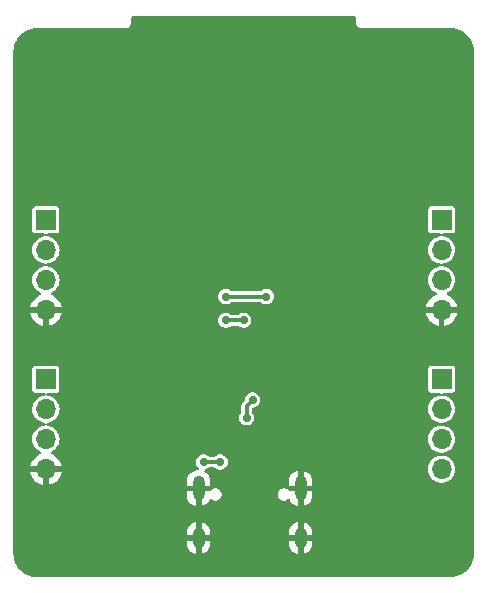
<source format=gbr>
%TF.GenerationSoftware,KiCad,Pcbnew,8.0.6*%
%TF.CreationDate,2024-11-03T15:15:55+02:00*%
%TF.ProjectId,MiniBit,4d696e69-4269-4742-9e6b-696361645f70,1.0*%
%TF.SameCoordinates,Original*%
%TF.FileFunction,Copper,L2,Bot*%
%TF.FilePolarity,Positive*%
%FSLAX46Y46*%
G04 Gerber Fmt 4.6, Leading zero omitted, Abs format (unit mm)*
G04 Created by KiCad (PCBNEW 8.0.6) date 2024-11-03 15:15:55*
%MOMM*%
%LPD*%
G01*
G04 APERTURE LIST*
%TA.AperFunction,ComponentPad*%
%ADD10R,1.700000X1.700000*%
%TD*%
%TA.AperFunction,ComponentPad*%
%ADD11O,1.700000X1.700000*%
%TD*%
%TA.AperFunction,ComponentPad*%
%ADD12O,1.000000X2.100000*%
%TD*%
%TA.AperFunction,ComponentPad*%
%ADD13O,1.000000X1.800000*%
%TD*%
%TA.AperFunction,ViaPad*%
%ADD14C,0.700000*%
%TD*%
%TA.AperFunction,Conductor*%
%ADD15C,0.300000*%
%TD*%
G04 APERTURE END LIST*
D10*
%TO.P,J1,1,Pin_1*%
%TO.N,+3.3V*%
X131250000Y-101006250D03*
D11*
%TO.P,J1,2,Pin_2*%
%TO.N,SDA*%
X131250000Y-103546250D03*
%TO.P,J1,3,Pin_3*%
%TO.N,SCL*%
X131250000Y-106086250D03*
%TO.P,J1,4,Pin_4*%
%TO.N,GND*%
X131250000Y-108626250D03*
%TD*%
D10*
%TO.P,J3,1,Pin_1*%
%TO.N,TCK*%
X164750000Y-101006250D03*
D11*
%TO.P,J3,2,Pin_2*%
%TO.N,TDO*%
X164750000Y-103546250D03*
%TO.P,J3,3,Pin_3*%
%TO.N,TDI*%
X164750000Y-106086250D03*
%TO.P,J3,4,Pin_4*%
%TO.N,TMS*%
X164750000Y-108626250D03*
%TD*%
D10*
%TO.P,J4,1,Pin_1*%
%TO.N,+3.3V*%
X131250000Y-87506250D03*
D11*
%TO.P,J4,2,Pin_2*%
%TO.N,IO4*%
X131250000Y-90046250D03*
%TO.P,J4,3,Pin_3*%
%TO.N,IO5*%
X131250000Y-92586250D03*
%TO.P,J4,4,Pin_4*%
%TO.N,GND*%
X131250000Y-95126250D03*
%TD*%
D10*
%TO.P,J2,1,Pin_1*%
%TO.N,+3.3V*%
X164750000Y-87506250D03*
D11*
%TO.P,J2,2,Pin_2*%
%TO.N,RX*%
X164750000Y-90046250D03*
%TO.P,J2,3,Pin_3*%
%TO.N,TX*%
X164750000Y-92586250D03*
%TO.P,J2,4,Pin_4*%
%TO.N,GND*%
X164750000Y-95126250D03*
%TD*%
D12*
%TO.P,J5,S1,SHIELD*%
%TO.N,GND*%
X144180000Y-110251250D03*
D13*
X144180000Y-114431250D03*
D12*
X152820000Y-110251250D03*
D13*
X152820000Y-114431250D03*
%TD*%
D14*
%TO.N,GND*%
X153800000Y-73556250D03*
X144900000Y-77756250D03*
X142750000Y-101256250D03*
X160500000Y-78256250D03*
X148250000Y-101506250D03*
X139500000Y-70856250D03*
X141000000Y-86156250D03*
X156300000Y-70856250D03*
X142750000Y-104256250D03*
X136250000Y-81006250D03*
X145000000Y-92256250D03*
X142250000Y-88006250D03*
X142000000Y-71856250D03*
X147900000Y-80856250D03*
X149500000Y-74756250D03*
X150900000Y-77856250D03*
X155000000Y-86356250D03*
X157000000Y-73756250D03*
X139000000Y-77256250D03*
X143250000Y-97506250D03*
X153900000Y-74456250D03*
X146200000Y-74756250D03*
X151500000Y-92256250D03*
X147900000Y-74756250D03*
X142000000Y-72756250D03*
X146300000Y-80756250D03*
X150900000Y-79456250D03*
%TO.N,+3.3V*%
X149900000Y-94006250D03*
X146500000Y-94006250D03*
%TO.N,VBUS*%
X146000000Y-108006250D03*
X144600000Y-108006250D03*
%TO.N,+5V*%
X148000000Y-96006250D03*
X146500000Y-96006250D03*
%TO.N,D+*%
X148250000Y-104256250D03*
X148750000Y-102756250D03*
%TD*%
D15*
%TO.N,+3.3V*%
X146500000Y-94006250D02*
X149900000Y-94006250D01*
%TO.N,VBUS*%
X146000000Y-108006250D02*
X144600000Y-108006250D01*
%TO.N,+5V*%
X146500000Y-96006250D02*
X148000000Y-96006250D01*
%TO.N,D+*%
X148250000Y-103256250D02*
X148750000Y-102756250D01*
X148250000Y-104256250D02*
X148250000Y-103256250D01*
%TD*%
%TA.AperFunction,Conductor*%
%TO.N,GND*%
G36*
X157442539Y-70275935D02*
G01*
X157488294Y-70328739D01*
X157499500Y-70380250D01*
X157499500Y-70822141D01*
X157533608Y-70949437D01*
X157566554Y-71006500D01*
X157599500Y-71063564D01*
X157692686Y-71156750D01*
X157806814Y-71222642D01*
X157934108Y-71256750D01*
X158065892Y-71256750D01*
X165434108Y-71256750D01*
X165495933Y-71256750D01*
X165504043Y-71257015D01*
X165752892Y-71273325D01*
X165768950Y-71275440D01*
X166009540Y-71323297D01*
X166025184Y-71327488D01*
X166257471Y-71406340D01*
X166272452Y-71412546D01*
X166492447Y-71521037D01*
X166506490Y-71529145D01*
X166710446Y-71665428D01*
X166723313Y-71675301D01*
X166907727Y-71837029D01*
X166919197Y-71848499D01*
X167080901Y-72032891D01*
X167080928Y-72032921D01*
X167090802Y-72045790D01*
X167227071Y-72249738D01*
X167235181Y-72263785D01*
X167343666Y-72483780D01*
X167349873Y-72498765D01*
X167428716Y-72731039D01*
X167432914Y-72746707D01*
X167480763Y-72987283D01*
X167482880Y-73003365D01*
X167499234Y-73252957D01*
X167499499Y-73261066D01*
X167499498Y-73330755D01*
X167499500Y-73330784D01*
X167499500Y-115682750D01*
X167499498Y-115682784D01*
X167499499Y-115752196D01*
X167499234Y-115760305D01*
X167482930Y-116009141D01*
X167480813Y-116025224D01*
X167432961Y-116265808D01*
X167428763Y-116281474D01*
X167349921Y-116513750D01*
X167343714Y-116528736D01*
X167235225Y-116748738D01*
X167227115Y-116762785D01*
X167090841Y-116966739D01*
X167080967Y-116979608D01*
X166919231Y-117164036D01*
X166907762Y-117175505D01*
X166723343Y-117337240D01*
X166710474Y-117347115D01*
X166506518Y-117483396D01*
X166492471Y-117491506D01*
X166272473Y-117599998D01*
X166257488Y-117606205D01*
X166025210Y-117685054D01*
X166009543Y-117689252D01*
X165768967Y-117737107D01*
X165752885Y-117739225D01*
X165504806Y-117755485D01*
X165496696Y-117755750D01*
X130504067Y-117755750D01*
X130495957Y-117755484D01*
X130247119Y-117739174D01*
X130231038Y-117737057D01*
X130105491Y-117712084D01*
X129990470Y-117689204D01*
X129974803Y-117685007D01*
X129742530Y-117606159D01*
X129727545Y-117599952D01*
X129507557Y-117491465D01*
X129493509Y-117483354D01*
X129289553Y-117347071D01*
X129276686Y-117337198D01*
X129092272Y-117175470D01*
X129080802Y-117164000D01*
X129042486Y-117120308D01*
X128919067Y-116979573D01*
X128909201Y-116966714D01*
X128772927Y-116762760D01*
X128764818Y-116748714D01*
X128656333Y-116528719D01*
X128650126Y-116513734D01*
X128571283Y-116281460D01*
X128567085Y-116265792D01*
X128559225Y-116226272D01*
X128519234Y-116025207D01*
X128517120Y-116009141D01*
X128500764Y-115759540D01*
X128500500Y-115751431D01*
X128500502Y-115690368D01*
X128500500Y-115690363D01*
X128500501Y-115682784D01*
X128500500Y-115682750D01*
X128500500Y-113932754D01*
X143180000Y-113932754D01*
X143180000Y-114181250D01*
X143880000Y-114181250D01*
X143880000Y-114681250D01*
X143180000Y-114681250D01*
X143180000Y-114929745D01*
X143218427Y-115122931D01*
X143218430Y-115122943D01*
X143293807Y-115304921D01*
X143293814Y-115304934D01*
X143403248Y-115468712D01*
X143403251Y-115468716D01*
X143542533Y-115607998D01*
X143542537Y-115608001D01*
X143706315Y-115717435D01*
X143706328Y-115717442D01*
X143888308Y-115792819D01*
X143930000Y-115801112D01*
X143930000Y-114998238D01*
X143939940Y-115015455D01*
X143995795Y-115071310D01*
X144064204Y-115110806D01*
X144140504Y-115131250D01*
X144219496Y-115131250D01*
X144295796Y-115110806D01*
X144364205Y-115071310D01*
X144420060Y-115015455D01*
X144430000Y-114998238D01*
X144430000Y-115801112D01*
X144471690Y-115792819D01*
X144471692Y-115792819D01*
X144653671Y-115717442D01*
X144653684Y-115717435D01*
X144817462Y-115608001D01*
X144817466Y-115607998D01*
X144956748Y-115468716D01*
X144956751Y-115468712D01*
X145066185Y-115304934D01*
X145066192Y-115304921D01*
X145141569Y-115122943D01*
X145141572Y-115122931D01*
X145179999Y-114929745D01*
X145180000Y-114929742D01*
X145180000Y-114681250D01*
X144480000Y-114681250D01*
X144480000Y-114181250D01*
X145180000Y-114181250D01*
X145180000Y-113932758D01*
X145179999Y-113932754D01*
X151820000Y-113932754D01*
X151820000Y-114181250D01*
X152520000Y-114181250D01*
X152520000Y-114681250D01*
X151820000Y-114681250D01*
X151820000Y-114929745D01*
X151858427Y-115122931D01*
X151858430Y-115122943D01*
X151933807Y-115304921D01*
X151933814Y-115304934D01*
X152043248Y-115468712D01*
X152043251Y-115468716D01*
X152182533Y-115607998D01*
X152182537Y-115608001D01*
X152346315Y-115717435D01*
X152346328Y-115717442D01*
X152528308Y-115792819D01*
X152570000Y-115801112D01*
X152570000Y-114998238D01*
X152579940Y-115015455D01*
X152635795Y-115071310D01*
X152704204Y-115110806D01*
X152780504Y-115131250D01*
X152859496Y-115131250D01*
X152935796Y-115110806D01*
X153004205Y-115071310D01*
X153060060Y-115015455D01*
X153070000Y-114998238D01*
X153070000Y-115801112D01*
X153111690Y-115792819D01*
X153111692Y-115792819D01*
X153293671Y-115717442D01*
X153293684Y-115717435D01*
X153457462Y-115608001D01*
X153457466Y-115607998D01*
X153596748Y-115468716D01*
X153596751Y-115468712D01*
X153706185Y-115304934D01*
X153706192Y-115304921D01*
X153781569Y-115122943D01*
X153781572Y-115122931D01*
X153819999Y-114929745D01*
X153820000Y-114929742D01*
X153820000Y-114681250D01*
X153120000Y-114681250D01*
X153120000Y-114181250D01*
X153820000Y-114181250D01*
X153820000Y-113932758D01*
X153819999Y-113932754D01*
X153781572Y-113739568D01*
X153781569Y-113739556D01*
X153706192Y-113557578D01*
X153706185Y-113557565D01*
X153596751Y-113393787D01*
X153596748Y-113393783D01*
X153457466Y-113254501D01*
X153457462Y-113254498D01*
X153293684Y-113145064D01*
X153293671Y-113145057D01*
X153111691Y-113069679D01*
X153111683Y-113069677D01*
X153070000Y-113061385D01*
X153070000Y-113864261D01*
X153060060Y-113847045D01*
X153004205Y-113791190D01*
X152935796Y-113751694D01*
X152859496Y-113731250D01*
X152780504Y-113731250D01*
X152704204Y-113751694D01*
X152635795Y-113791190D01*
X152579940Y-113847045D01*
X152570000Y-113864261D01*
X152570000Y-113061386D01*
X152569999Y-113061385D01*
X152528316Y-113069677D01*
X152528308Y-113069679D01*
X152346328Y-113145057D01*
X152346315Y-113145064D01*
X152182537Y-113254498D01*
X152182533Y-113254501D01*
X152043251Y-113393783D01*
X152043248Y-113393787D01*
X151933814Y-113557565D01*
X151933807Y-113557578D01*
X151858430Y-113739556D01*
X151858427Y-113739568D01*
X151820000Y-113932754D01*
X145179999Y-113932754D01*
X145141572Y-113739568D01*
X145141569Y-113739556D01*
X145066192Y-113557578D01*
X145066185Y-113557565D01*
X144956751Y-113393787D01*
X144956748Y-113393783D01*
X144817466Y-113254501D01*
X144817462Y-113254498D01*
X144653684Y-113145064D01*
X144653671Y-113145057D01*
X144471691Y-113069679D01*
X144471683Y-113069677D01*
X144430000Y-113061385D01*
X144430000Y-113864261D01*
X144420060Y-113847045D01*
X144364205Y-113791190D01*
X144295796Y-113751694D01*
X144219496Y-113731250D01*
X144140504Y-113731250D01*
X144064204Y-113751694D01*
X143995795Y-113791190D01*
X143939940Y-113847045D01*
X143930000Y-113864261D01*
X143930000Y-113061386D01*
X143929999Y-113061385D01*
X143888316Y-113069677D01*
X143888308Y-113069679D01*
X143706328Y-113145057D01*
X143706315Y-113145064D01*
X143542537Y-113254498D01*
X143542533Y-113254501D01*
X143403251Y-113393783D01*
X143403248Y-113393787D01*
X143293814Y-113557565D01*
X143293807Y-113557578D01*
X143218430Y-113739556D01*
X143218427Y-113739568D01*
X143180000Y-113932754D01*
X128500500Y-113932754D01*
X128500500Y-108376249D01*
X129919364Y-108376249D01*
X129919364Y-108376250D01*
X130816988Y-108376250D01*
X130784075Y-108433257D01*
X130750000Y-108560424D01*
X130750000Y-108692076D01*
X130784075Y-108819243D01*
X130816988Y-108876250D01*
X129919364Y-108876250D01*
X129976567Y-109089736D01*
X129976570Y-109089742D01*
X130076399Y-109303828D01*
X130211894Y-109497332D01*
X130378917Y-109664355D01*
X130572421Y-109799850D01*
X130786507Y-109899679D01*
X130786516Y-109899683D01*
X131000000Y-109956884D01*
X131000000Y-109059262D01*
X131057007Y-109092175D01*
X131184174Y-109126250D01*
X131315826Y-109126250D01*
X131442993Y-109092175D01*
X131500000Y-109059262D01*
X131500000Y-109956883D01*
X131713483Y-109899683D01*
X131713492Y-109899679D01*
X131927578Y-109799850D01*
X132121082Y-109664355D01*
X132182683Y-109602754D01*
X143180000Y-109602754D01*
X143180000Y-110001250D01*
X143880000Y-110001250D01*
X143880000Y-110501250D01*
X143180000Y-110501250D01*
X143180000Y-110899745D01*
X143218427Y-111092931D01*
X143218430Y-111092943D01*
X143293807Y-111274921D01*
X143293814Y-111274934D01*
X143403248Y-111438712D01*
X143403251Y-111438716D01*
X143542533Y-111577998D01*
X143542537Y-111578001D01*
X143706315Y-111687435D01*
X143706328Y-111687442D01*
X143888308Y-111762819D01*
X143930000Y-111771112D01*
X143930000Y-110968238D01*
X143939940Y-110985455D01*
X143995795Y-111041310D01*
X144064204Y-111080806D01*
X144140504Y-111101250D01*
X144219496Y-111101250D01*
X144295796Y-111080806D01*
X144364205Y-111041310D01*
X144420060Y-110985455D01*
X144430000Y-110968238D01*
X144430000Y-111771112D01*
X144471690Y-111762819D01*
X144471692Y-111762819D01*
X144653671Y-111687442D01*
X144653684Y-111687435D01*
X144817462Y-111578001D01*
X144817466Y-111577998D01*
X144956748Y-111438716D01*
X144956751Y-111438712D01*
X145066185Y-111274934D01*
X145066190Y-111274924D01*
X145092480Y-111211453D01*
X145136320Y-111157048D01*
X145202614Y-111134982D01*
X145270313Y-111152260D01*
X145283933Y-111162840D01*
X145284328Y-111162326D01*
X145290768Y-111167267D01*
X145290774Y-111167273D01*
X145320725Y-111184565D01*
X145409322Y-111235717D01*
X145409323Y-111235717D01*
X145409326Y-111235719D01*
X145541554Y-111271150D01*
X145541556Y-111271150D01*
X145678444Y-111271150D01*
X145678446Y-111271150D01*
X145810674Y-111235719D01*
X145929226Y-111167273D01*
X146026023Y-111070476D01*
X146094469Y-110951924D01*
X146129900Y-110819696D01*
X146129900Y-110682804D01*
X150870100Y-110682804D01*
X150870100Y-110819696D01*
X150905531Y-110951924D01*
X150905532Y-110951927D01*
X150924890Y-110985455D01*
X150973977Y-111070476D01*
X151070774Y-111167273D01*
X151100725Y-111184565D01*
X151189322Y-111235717D01*
X151189323Y-111235717D01*
X151189326Y-111235719D01*
X151321554Y-111271150D01*
X151321556Y-111271150D01*
X151458444Y-111271150D01*
X151458446Y-111271150D01*
X151590674Y-111235719D01*
X151709226Y-111167273D01*
X151709234Y-111167264D01*
X151715672Y-111162326D01*
X151717416Y-111164598D01*
X151766565Y-111137744D01*
X151836258Y-111142709D01*
X151892203Y-111184565D01*
X151907518Y-111211451D01*
X151933807Y-111274922D01*
X151933814Y-111274934D01*
X152043248Y-111438712D01*
X152043251Y-111438716D01*
X152182533Y-111577998D01*
X152182537Y-111578001D01*
X152346315Y-111687435D01*
X152346328Y-111687442D01*
X152528308Y-111762819D01*
X152570000Y-111771112D01*
X152570000Y-110968238D01*
X152579940Y-110985455D01*
X152635795Y-111041310D01*
X152704204Y-111080806D01*
X152780504Y-111101250D01*
X152859496Y-111101250D01*
X152935796Y-111080806D01*
X153004205Y-111041310D01*
X153060060Y-110985455D01*
X153070000Y-110968238D01*
X153070000Y-111771112D01*
X153111690Y-111762819D01*
X153111692Y-111762819D01*
X153293671Y-111687442D01*
X153293684Y-111687435D01*
X153457462Y-111578001D01*
X153457466Y-111577998D01*
X153596748Y-111438716D01*
X153596751Y-111438712D01*
X153706185Y-111274934D01*
X153706192Y-111274921D01*
X153781569Y-111092943D01*
X153781572Y-111092931D01*
X153819999Y-110899745D01*
X153820000Y-110899742D01*
X153820000Y-110501250D01*
X153120000Y-110501250D01*
X153120000Y-110001250D01*
X153820000Y-110001250D01*
X153820000Y-109602758D01*
X153819999Y-109602754D01*
X153781572Y-109409568D01*
X153781569Y-109409556D01*
X153706192Y-109227578D01*
X153706185Y-109227565D01*
X153596751Y-109063787D01*
X153596748Y-109063783D01*
X153457466Y-108924501D01*
X153457462Y-108924498D01*
X153293684Y-108815064D01*
X153293671Y-108815057D01*
X153111691Y-108739679D01*
X153111683Y-108739677D01*
X153070000Y-108731385D01*
X153070000Y-109534261D01*
X153060060Y-109517045D01*
X153004205Y-109461190D01*
X152935796Y-109421694D01*
X152859496Y-109401250D01*
X152780504Y-109401250D01*
X152704204Y-109421694D01*
X152635795Y-109461190D01*
X152579940Y-109517045D01*
X152570000Y-109534261D01*
X152570000Y-108731386D01*
X152569999Y-108731385D01*
X152528316Y-108739677D01*
X152528308Y-108739679D01*
X152346328Y-108815057D01*
X152346315Y-108815064D01*
X152182537Y-108924498D01*
X152182533Y-108924501D01*
X152043251Y-109063783D01*
X152043248Y-109063787D01*
X151933814Y-109227565D01*
X151933807Y-109227578D01*
X151858430Y-109409556D01*
X151858427Y-109409568D01*
X151820000Y-109602754D01*
X151820000Y-110001250D01*
X152520000Y-110001250D01*
X152520000Y-110501250D01*
X151917582Y-110501250D01*
X151850543Y-110481565D01*
X151810196Y-110439252D01*
X151806023Y-110432024D01*
X151709226Y-110335227D01*
X151674003Y-110314891D01*
X151590677Y-110266782D01*
X151590678Y-110266782D01*
X151575051Y-110262594D01*
X151458446Y-110231350D01*
X151321554Y-110231350D01*
X151204948Y-110262594D01*
X151189322Y-110266782D01*
X151070777Y-110335225D01*
X151070771Y-110335229D01*
X150973979Y-110432021D01*
X150973975Y-110432027D01*
X150905532Y-110550572D01*
X150905531Y-110550576D01*
X150870100Y-110682804D01*
X146129900Y-110682804D01*
X146094469Y-110550576D01*
X146026023Y-110432024D01*
X145929226Y-110335227D01*
X145894003Y-110314891D01*
X145810677Y-110266782D01*
X145810678Y-110266782D01*
X145795051Y-110262594D01*
X145678446Y-110231350D01*
X145541554Y-110231350D01*
X145424948Y-110262594D01*
X145409322Y-110266782D01*
X145290777Y-110335225D01*
X145290771Y-110335229D01*
X145193979Y-110432021D01*
X145193977Y-110432024D01*
X145189803Y-110439252D01*
X145139238Y-110487466D01*
X145082418Y-110501250D01*
X144480000Y-110501250D01*
X144480000Y-110001250D01*
X145180000Y-110001250D01*
X145180000Y-109602758D01*
X145179999Y-109602754D01*
X145141572Y-109409568D01*
X145141569Y-109409556D01*
X145066192Y-109227578D01*
X145066185Y-109227565D01*
X144956751Y-109063787D01*
X144956748Y-109063783D01*
X144817466Y-108924501D01*
X144817462Y-108924498D01*
X144721201Y-108860178D01*
X144676396Y-108806566D01*
X144667689Y-108737241D01*
X144697844Y-108674213D01*
X144757287Y-108637494D01*
X144760418Y-108636679D01*
X144832365Y-108618946D01*
X144842762Y-108613489D01*
X144972240Y-108545533D01*
X145037256Y-108487933D01*
X145100490Y-108458213D01*
X145119483Y-108456750D01*
X145480517Y-108456750D01*
X145547556Y-108476435D01*
X145562741Y-108487932D01*
X145627760Y-108545533D01*
X145627762Y-108545534D01*
X145767634Y-108618946D01*
X145921014Y-108656750D01*
X145921015Y-108656750D01*
X146078985Y-108656750D01*
X146232365Y-108618946D01*
X146242762Y-108613489D01*
X146372240Y-108545533D01*
X146490483Y-108440780D01*
X146580220Y-108310773D01*
X146636237Y-108163068D01*
X146655278Y-108006250D01*
X146636237Y-107849432D01*
X146635634Y-107847843D01*
X146581157Y-107704198D01*
X146580220Y-107701727D01*
X146490483Y-107571720D01*
X146372240Y-107466967D01*
X146372238Y-107466966D01*
X146372237Y-107466965D01*
X146232365Y-107393553D01*
X146078986Y-107355750D01*
X146078985Y-107355750D01*
X145921015Y-107355750D01*
X145921014Y-107355750D01*
X145767634Y-107393553D01*
X145627762Y-107466965D01*
X145562744Y-107524566D01*
X145499510Y-107554287D01*
X145480517Y-107555750D01*
X145119483Y-107555750D01*
X145052444Y-107536065D01*
X145037256Y-107524566D01*
X145026378Y-107514929D01*
X144972240Y-107466967D01*
X144972238Y-107466966D01*
X144972237Y-107466965D01*
X144832365Y-107393553D01*
X144678986Y-107355750D01*
X144678985Y-107355750D01*
X144521015Y-107355750D01*
X144521014Y-107355750D01*
X144367634Y-107393553D01*
X144227762Y-107466965D01*
X144109516Y-107571721D01*
X144019781Y-107701725D01*
X144019780Y-107701726D01*
X143963762Y-107849431D01*
X143944722Y-108006249D01*
X143944722Y-108006250D01*
X143963762Y-108163068D01*
X143987687Y-108226151D01*
X144019780Y-108310773D01*
X144064648Y-108375776D01*
X144109516Y-108440779D01*
X144158793Y-108484434D01*
X144195920Y-108543624D01*
X144195152Y-108613489D01*
X144156735Y-108671849D01*
X144092864Y-108700174D01*
X144087557Y-108700524D01*
X144087570Y-108700653D01*
X144081504Y-108701250D01*
X143888318Y-108739677D01*
X143888306Y-108739680D01*
X143706328Y-108815057D01*
X143706315Y-108815064D01*
X143542537Y-108924498D01*
X143542533Y-108924501D01*
X143403251Y-109063783D01*
X143403248Y-109063787D01*
X143293814Y-109227565D01*
X143293807Y-109227578D01*
X143218430Y-109409556D01*
X143218427Y-109409568D01*
X143180000Y-109602754D01*
X132182683Y-109602754D01*
X132288105Y-109497332D01*
X132423600Y-109303828D01*
X132523429Y-109089742D01*
X132523432Y-109089736D01*
X132580636Y-108876250D01*
X131683012Y-108876250D01*
X131715925Y-108819243D01*
X131750000Y-108692076D01*
X131750000Y-108560424D01*
X131715925Y-108433257D01*
X131683012Y-108376250D01*
X132580636Y-108376250D01*
X132580635Y-108376249D01*
X132523432Y-108162763D01*
X132523429Y-108162757D01*
X132423600Y-107948672D01*
X132423599Y-107948670D01*
X132288113Y-107755176D01*
X132288108Y-107755170D01*
X132121082Y-107588144D01*
X131927578Y-107452649D01*
X131728426Y-107359783D01*
X131675987Y-107313610D01*
X131656835Y-107246417D01*
X131677051Y-107179536D01*
X131730216Y-107134201D01*
X131736005Y-107131787D01*
X131765019Y-107120548D01*
X131946302Y-107008302D01*
X132103872Y-106864657D01*
X132232366Y-106694505D01*
X132327405Y-106503639D01*
X132385756Y-106298560D01*
X132405429Y-106086250D01*
X132385756Y-105873940D01*
X132327405Y-105668861D01*
X132327403Y-105668856D01*
X132327403Y-105668855D01*
X132232367Y-105477996D01*
X132103872Y-105307843D01*
X131946302Y-105164198D01*
X131765019Y-105051952D01*
X131765017Y-105051951D01*
X131665608Y-105013440D01*
X131566198Y-104974929D01*
X131369385Y-104938138D01*
X131307106Y-104906471D01*
X131271833Y-104846158D01*
X131274767Y-104776350D01*
X131314976Y-104719210D01*
X131369384Y-104694361D01*
X131566198Y-104657571D01*
X131765019Y-104580548D01*
X131946302Y-104468302D01*
X132103872Y-104324657D01*
X132155532Y-104256249D01*
X147594722Y-104256249D01*
X147594722Y-104256250D01*
X147613762Y-104413068D01*
X147634710Y-104468302D01*
X147669780Y-104560773D01*
X147759517Y-104690780D01*
X147877760Y-104795533D01*
X147877762Y-104795534D01*
X148017634Y-104868946D01*
X148171014Y-104906750D01*
X148171015Y-104906750D01*
X148328985Y-104906750D01*
X148482365Y-104868946D01*
X148525783Y-104846158D01*
X148622240Y-104795533D01*
X148740483Y-104690780D01*
X148830220Y-104560773D01*
X148886237Y-104413068D01*
X148905278Y-104256250D01*
X148886237Y-104099432D01*
X148830220Y-103951727D01*
X148740483Y-103821720D01*
X148740479Y-103821716D01*
X148735509Y-103816106D01*
X148736953Y-103814826D01*
X148705145Y-103764110D01*
X148700500Y-103730490D01*
X148700500Y-103546250D01*
X163594571Y-103546250D01*
X163614244Y-103758560D01*
X163669205Y-103951726D01*
X163672596Y-103963642D01*
X163672596Y-103963644D01*
X163767632Y-104154503D01*
X163767634Y-104154505D01*
X163896128Y-104324657D01*
X164053698Y-104468302D01*
X164234981Y-104580548D01*
X164433802Y-104657571D01*
X164630613Y-104694361D01*
X164692893Y-104726029D01*
X164728166Y-104786342D01*
X164725232Y-104856150D01*
X164685023Y-104913290D01*
X164630613Y-104938138D01*
X164433802Y-104974929D01*
X164433799Y-104974929D01*
X164433799Y-104974930D01*
X164234982Y-105051951D01*
X164234980Y-105051952D01*
X164053699Y-105164197D01*
X163896127Y-105307843D01*
X163767632Y-105477996D01*
X163672596Y-105668855D01*
X163672596Y-105668857D01*
X163614244Y-105873939D01*
X163594571Y-106086249D01*
X163594571Y-106086250D01*
X163614244Y-106298560D01*
X163672596Y-106503642D01*
X163672596Y-106503644D01*
X163767632Y-106694503D01*
X163767634Y-106694505D01*
X163896128Y-106864657D01*
X164053698Y-107008302D01*
X164234981Y-107120548D01*
X164433802Y-107197571D01*
X164630613Y-107234361D01*
X164692893Y-107266029D01*
X164728166Y-107326342D01*
X164725232Y-107396150D01*
X164685023Y-107453290D01*
X164630613Y-107478138D01*
X164433802Y-107514929D01*
X164433799Y-107514929D01*
X164433799Y-107514930D01*
X164234982Y-107591951D01*
X164234980Y-107591952D01*
X164053699Y-107704197D01*
X163896127Y-107847843D01*
X163767632Y-108017996D01*
X163672596Y-108208855D01*
X163672596Y-108208857D01*
X163614244Y-108413939D01*
X163600671Y-108560424D01*
X163594571Y-108626250D01*
X163614244Y-108838560D01*
X163667675Y-109026349D01*
X163672596Y-109043642D01*
X163672596Y-109043644D01*
X163767632Y-109234503D01*
X163893555Y-109401250D01*
X163896128Y-109404657D01*
X164053698Y-109548302D01*
X164234981Y-109660548D01*
X164433802Y-109737571D01*
X164643390Y-109776750D01*
X164643392Y-109776750D01*
X164856608Y-109776750D01*
X164856610Y-109776750D01*
X165066198Y-109737571D01*
X165265019Y-109660548D01*
X165446302Y-109548302D01*
X165603872Y-109404657D01*
X165732366Y-109234505D01*
X165786270Y-109126250D01*
X165827403Y-109043644D01*
X165827403Y-109043643D01*
X165827405Y-109043639D01*
X165885756Y-108838560D01*
X165905429Y-108626250D01*
X165885756Y-108413940D01*
X165827405Y-108208861D01*
X165827403Y-108208856D01*
X165827403Y-108208855D01*
X165732367Y-108017996D01*
X165603872Y-107847843D01*
X165446302Y-107704198D01*
X165265019Y-107591952D01*
X165265017Y-107591951D01*
X165091074Y-107524566D01*
X165066198Y-107514929D01*
X164869385Y-107478138D01*
X164807106Y-107446471D01*
X164771833Y-107386158D01*
X164774767Y-107316350D01*
X164814976Y-107259210D01*
X164869384Y-107234361D01*
X165066198Y-107197571D01*
X165265019Y-107120548D01*
X165446302Y-107008302D01*
X165603872Y-106864657D01*
X165732366Y-106694505D01*
X165827405Y-106503639D01*
X165885756Y-106298560D01*
X165905429Y-106086250D01*
X165885756Y-105873940D01*
X165827405Y-105668861D01*
X165827403Y-105668856D01*
X165827403Y-105668855D01*
X165732367Y-105477996D01*
X165603872Y-105307843D01*
X165446302Y-105164198D01*
X165265019Y-105051952D01*
X165265017Y-105051951D01*
X165165608Y-105013440D01*
X165066198Y-104974929D01*
X164869385Y-104938138D01*
X164807106Y-104906471D01*
X164771833Y-104846158D01*
X164774767Y-104776350D01*
X164814976Y-104719210D01*
X164869384Y-104694361D01*
X165066198Y-104657571D01*
X165265019Y-104580548D01*
X165446302Y-104468302D01*
X165603872Y-104324657D01*
X165732366Y-104154505D01*
X165827405Y-103963639D01*
X165885756Y-103758560D01*
X165905429Y-103546250D01*
X165885756Y-103333940D01*
X165827405Y-103128861D01*
X165827403Y-103128856D01*
X165827403Y-103128855D01*
X165732367Y-102937996D01*
X165603872Y-102767843D01*
X165591154Y-102756249D01*
X165446302Y-102624198D01*
X165265019Y-102511952D01*
X165265017Y-102511951D01*
X165109554Y-102451725D01*
X165066198Y-102434929D01*
X164893456Y-102402637D01*
X164831176Y-102370969D01*
X164795903Y-102310657D01*
X164798837Y-102240849D01*
X164839046Y-102183709D01*
X164903764Y-102157378D01*
X164916233Y-102156749D01*
X165644864Y-102156749D01*
X165644879Y-102156747D01*
X165644882Y-102156747D01*
X165669987Y-102153836D01*
X165669988Y-102153835D01*
X165669991Y-102153835D01*
X165772765Y-102108456D01*
X165852206Y-102029015D01*
X165897585Y-101926241D01*
X165900500Y-101901115D01*
X165900499Y-100111386D01*
X165900497Y-100111367D01*
X165897586Y-100086262D01*
X165897585Y-100086260D01*
X165897585Y-100086259D01*
X165852206Y-99983485D01*
X165772765Y-99904044D01*
X165772763Y-99904043D01*
X165669992Y-99858665D01*
X165644865Y-99855750D01*
X163855143Y-99855750D01*
X163855117Y-99855752D01*
X163830012Y-99858663D01*
X163830008Y-99858665D01*
X163727235Y-99904043D01*
X163647794Y-99983484D01*
X163602415Y-100086256D01*
X163602415Y-100086258D01*
X163599500Y-100111381D01*
X163599500Y-101901106D01*
X163599502Y-101901132D01*
X163602413Y-101926237D01*
X163602415Y-101926241D01*
X163647793Y-102029014D01*
X163647794Y-102029015D01*
X163727235Y-102108456D01*
X163830009Y-102153835D01*
X163855135Y-102156750D01*
X164583758Y-102156749D01*
X164650795Y-102176433D01*
X164696550Y-102229237D01*
X164706494Y-102298396D01*
X164677469Y-102361952D01*
X164618691Y-102399726D01*
X164606542Y-102402638D01*
X164550116Y-102413185D01*
X164433802Y-102434929D01*
X164433800Y-102434929D01*
X164433798Y-102434930D01*
X164234982Y-102511951D01*
X164234980Y-102511952D01*
X164053699Y-102624197D01*
X163896127Y-102767843D01*
X163767632Y-102937996D01*
X163672596Y-103128855D01*
X163672596Y-103128857D01*
X163625172Y-103295534D01*
X163614244Y-103333940D01*
X163594571Y-103546250D01*
X148700500Y-103546250D01*
X148700500Y-103530750D01*
X148720185Y-103463711D01*
X148772989Y-103417956D01*
X148824500Y-103406750D01*
X148828985Y-103406750D01*
X148982365Y-103368946D01*
X149122240Y-103295533D01*
X149240483Y-103190780D01*
X149330220Y-103060773D01*
X149386237Y-102913068D01*
X149405278Y-102756250D01*
X149386237Y-102599432D01*
X149386236Y-102599430D01*
X149353060Y-102511951D01*
X149330220Y-102451727D01*
X149240483Y-102321720D01*
X149122240Y-102216967D01*
X149122238Y-102216966D01*
X149122237Y-102216965D01*
X148982365Y-102143553D01*
X148828986Y-102105750D01*
X148828985Y-102105750D01*
X148671015Y-102105750D01*
X148671014Y-102105750D01*
X148517634Y-102143553D01*
X148377762Y-102216965D01*
X148259516Y-102321721D01*
X148169781Y-102451725D01*
X148169780Y-102451726D01*
X148113763Y-102599430D01*
X148097368Y-102734457D01*
X148069746Y-102798635D01*
X148061954Y-102807191D01*
X147889510Y-102979637D01*
X147889509Y-102979639D01*
X147830201Y-103082362D01*
X147830200Y-103082367D01*
X147799500Y-103196941D01*
X147799500Y-103730490D01*
X147779815Y-103797529D01*
X147764153Y-103815806D01*
X147764491Y-103816106D01*
X147759515Y-103821722D01*
X147669781Y-103951725D01*
X147669780Y-103951726D01*
X147613762Y-104099431D01*
X147594722Y-104256249D01*
X132155532Y-104256249D01*
X132232366Y-104154505D01*
X132327405Y-103963639D01*
X132385756Y-103758560D01*
X132405429Y-103546250D01*
X132385756Y-103333940D01*
X132327405Y-103128861D01*
X132327403Y-103128856D01*
X132327403Y-103128855D01*
X132232367Y-102937996D01*
X132103872Y-102767843D01*
X132091154Y-102756249D01*
X131946302Y-102624198D01*
X131765019Y-102511952D01*
X131765017Y-102511951D01*
X131609554Y-102451725D01*
X131566198Y-102434929D01*
X131393456Y-102402637D01*
X131331176Y-102370969D01*
X131295903Y-102310657D01*
X131298837Y-102240849D01*
X131339046Y-102183709D01*
X131403764Y-102157378D01*
X131416233Y-102156749D01*
X132144864Y-102156749D01*
X132144879Y-102156747D01*
X132144882Y-102156747D01*
X132169987Y-102153836D01*
X132169988Y-102153835D01*
X132169991Y-102153835D01*
X132272765Y-102108456D01*
X132352206Y-102029015D01*
X132397585Y-101926241D01*
X132400500Y-101901115D01*
X132400499Y-100111386D01*
X132400497Y-100111367D01*
X132397586Y-100086262D01*
X132397585Y-100086260D01*
X132397585Y-100086259D01*
X132352206Y-99983485D01*
X132272765Y-99904044D01*
X132272763Y-99904043D01*
X132169992Y-99858665D01*
X132144865Y-99855750D01*
X130355143Y-99855750D01*
X130355117Y-99855752D01*
X130330012Y-99858663D01*
X130330008Y-99858665D01*
X130227235Y-99904043D01*
X130147794Y-99983484D01*
X130102415Y-100086256D01*
X130102415Y-100086258D01*
X130099500Y-100111381D01*
X130099500Y-101901106D01*
X130099502Y-101901132D01*
X130102413Y-101926237D01*
X130102415Y-101926241D01*
X130147793Y-102029014D01*
X130147794Y-102029015D01*
X130227235Y-102108456D01*
X130330009Y-102153835D01*
X130355135Y-102156750D01*
X131083758Y-102156749D01*
X131150795Y-102176433D01*
X131196550Y-102229237D01*
X131206494Y-102298396D01*
X131177469Y-102361952D01*
X131118691Y-102399726D01*
X131106542Y-102402638D01*
X131050116Y-102413185D01*
X130933802Y-102434929D01*
X130933800Y-102434929D01*
X130933798Y-102434930D01*
X130734982Y-102511951D01*
X130734980Y-102511952D01*
X130553699Y-102624197D01*
X130396127Y-102767843D01*
X130267632Y-102937996D01*
X130172596Y-103128855D01*
X130172596Y-103128857D01*
X130125172Y-103295534D01*
X130114244Y-103333940D01*
X130094571Y-103546250D01*
X130114244Y-103758560D01*
X130169205Y-103951726D01*
X130172596Y-103963642D01*
X130172596Y-103963644D01*
X130267632Y-104154503D01*
X130267634Y-104154505D01*
X130396128Y-104324657D01*
X130553698Y-104468302D01*
X130734981Y-104580548D01*
X130933802Y-104657571D01*
X131130613Y-104694361D01*
X131192893Y-104726029D01*
X131228166Y-104786342D01*
X131225232Y-104856150D01*
X131185023Y-104913290D01*
X131130613Y-104938138D01*
X130933802Y-104974929D01*
X130933799Y-104974929D01*
X130933799Y-104974930D01*
X130734982Y-105051951D01*
X130734980Y-105051952D01*
X130553699Y-105164197D01*
X130396127Y-105307843D01*
X130267632Y-105477996D01*
X130172596Y-105668855D01*
X130172596Y-105668857D01*
X130114244Y-105873939D01*
X130094571Y-106086249D01*
X130094571Y-106086250D01*
X130114244Y-106298560D01*
X130172596Y-106503642D01*
X130172596Y-106503644D01*
X130267632Y-106694503D01*
X130267634Y-106694505D01*
X130396128Y-106864657D01*
X130553698Y-107008302D01*
X130734981Y-107120548D01*
X130763961Y-107131775D01*
X130819362Y-107174345D01*
X130842954Y-107240111D01*
X130827244Y-107308192D01*
X130777222Y-107356972D01*
X130771573Y-107359783D01*
X130572422Y-107452649D01*
X130572420Y-107452650D01*
X130378926Y-107588136D01*
X130378920Y-107588141D01*
X130211891Y-107755170D01*
X130211886Y-107755176D01*
X130076400Y-107948670D01*
X130076399Y-107948672D01*
X129976570Y-108162757D01*
X129976567Y-108162763D01*
X129919364Y-108376249D01*
X128500500Y-108376249D01*
X128500500Y-94876249D01*
X129919364Y-94876249D01*
X129919364Y-94876250D01*
X130816988Y-94876250D01*
X130784075Y-94933257D01*
X130750000Y-95060424D01*
X130750000Y-95192076D01*
X130784075Y-95319243D01*
X130816988Y-95376250D01*
X129919364Y-95376250D01*
X129976567Y-95589736D01*
X129976570Y-95589742D01*
X130076399Y-95803828D01*
X130211894Y-95997332D01*
X130378917Y-96164355D01*
X130572421Y-96299850D01*
X130786507Y-96399679D01*
X130786516Y-96399683D01*
X131000000Y-96456884D01*
X131000000Y-95559262D01*
X131057007Y-95592175D01*
X131184174Y-95626250D01*
X131315826Y-95626250D01*
X131442993Y-95592175D01*
X131500000Y-95559262D01*
X131500000Y-96456883D01*
X131713483Y-96399683D01*
X131713492Y-96399679D01*
X131927578Y-96299850D01*
X132121082Y-96164355D01*
X132279188Y-96006249D01*
X145844722Y-96006249D01*
X145844722Y-96006250D01*
X145863762Y-96163068D01*
X145915637Y-96299850D01*
X145919780Y-96310773D01*
X146009517Y-96440780D01*
X146127760Y-96545533D01*
X146127762Y-96545534D01*
X146267634Y-96618946D01*
X146421014Y-96656750D01*
X146421015Y-96656750D01*
X146578985Y-96656750D01*
X146732365Y-96618946D01*
X146872240Y-96545533D01*
X146937256Y-96487933D01*
X147000490Y-96458213D01*
X147019483Y-96456750D01*
X147480517Y-96456750D01*
X147547556Y-96476435D01*
X147562741Y-96487932D01*
X147627760Y-96545533D01*
X147627762Y-96545534D01*
X147767634Y-96618946D01*
X147921014Y-96656750D01*
X147921015Y-96656750D01*
X148078985Y-96656750D01*
X148232365Y-96618946D01*
X148372240Y-96545533D01*
X148490483Y-96440780D01*
X148580220Y-96310773D01*
X148636237Y-96163068D01*
X148655278Y-96006250D01*
X148636237Y-95849432D01*
X148580220Y-95701727D01*
X148490483Y-95571720D01*
X148372240Y-95466967D01*
X148372238Y-95466966D01*
X148372237Y-95466965D01*
X148232365Y-95393553D01*
X148078986Y-95355750D01*
X148078985Y-95355750D01*
X147921015Y-95355750D01*
X147921014Y-95355750D01*
X147767634Y-95393553D01*
X147627762Y-95466965D01*
X147562744Y-95524566D01*
X147499510Y-95554287D01*
X147480517Y-95555750D01*
X147019483Y-95555750D01*
X146952444Y-95536065D01*
X146937256Y-95524566D01*
X146872240Y-95466967D01*
X146872238Y-95466966D01*
X146872237Y-95466965D01*
X146732365Y-95393553D01*
X146578986Y-95355750D01*
X146578985Y-95355750D01*
X146421015Y-95355750D01*
X146421014Y-95355750D01*
X146267634Y-95393553D01*
X146127762Y-95466965D01*
X146009516Y-95571721D01*
X145919781Y-95701725D01*
X145919780Y-95701726D01*
X145863762Y-95849431D01*
X145844722Y-96006249D01*
X132279188Y-96006249D01*
X132288105Y-95997332D01*
X132423600Y-95803828D01*
X132523429Y-95589742D01*
X132523432Y-95589736D01*
X132580636Y-95376250D01*
X131683012Y-95376250D01*
X131715925Y-95319243D01*
X131750000Y-95192076D01*
X131750000Y-95060424D01*
X131715925Y-94933257D01*
X131683012Y-94876250D01*
X132580636Y-94876250D01*
X132580635Y-94876249D01*
X163419364Y-94876249D01*
X163419364Y-94876250D01*
X164316988Y-94876250D01*
X164284075Y-94933257D01*
X164250000Y-95060424D01*
X164250000Y-95192076D01*
X164284075Y-95319243D01*
X164316988Y-95376250D01*
X163419364Y-95376250D01*
X163476567Y-95589736D01*
X163476570Y-95589742D01*
X163576399Y-95803828D01*
X163711894Y-95997332D01*
X163878917Y-96164355D01*
X164072421Y-96299850D01*
X164286507Y-96399679D01*
X164286516Y-96399683D01*
X164500000Y-96456884D01*
X164500000Y-95559262D01*
X164557007Y-95592175D01*
X164684174Y-95626250D01*
X164815826Y-95626250D01*
X164942993Y-95592175D01*
X165000000Y-95559262D01*
X165000000Y-96456883D01*
X165213483Y-96399683D01*
X165213492Y-96399679D01*
X165427578Y-96299850D01*
X165621082Y-96164355D01*
X165788105Y-95997332D01*
X165923600Y-95803828D01*
X166023429Y-95589742D01*
X166023432Y-95589736D01*
X166080636Y-95376250D01*
X165183012Y-95376250D01*
X165215925Y-95319243D01*
X165250000Y-95192076D01*
X165250000Y-95060424D01*
X165215925Y-94933257D01*
X165183012Y-94876250D01*
X166080636Y-94876250D01*
X166080635Y-94876249D01*
X166023432Y-94662763D01*
X166023429Y-94662757D01*
X165923600Y-94448672D01*
X165923599Y-94448670D01*
X165788113Y-94255176D01*
X165788108Y-94255170D01*
X165621082Y-94088144D01*
X165427578Y-93952649D01*
X165228426Y-93859783D01*
X165175987Y-93813610D01*
X165156835Y-93746417D01*
X165177051Y-93679536D01*
X165230216Y-93634201D01*
X165236005Y-93631787D01*
X165265019Y-93620548D01*
X165446302Y-93508302D01*
X165603872Y-93364657D01*
X165732366Y-93194505D01*
X165827405Y-93003639D01*
X165885756Y-92798560D01*
X165905429Y-92586250D01*
X165885756Y-92373940D01*
X165827405Y-92168861D01*
X165827403Y-92168856D01*
X165827403Y-92168855D01*
X165732367Y-91977996D01*
X165603872Y-91807843D01*
X165446302Y-91664198D01*
X165265019Y-91551952D01*
X165265017Y-91551951D01*
X165165608Y-91513440D01*
X165066198Y-91474929D01*
X164869385Y-91438138D01*
X164807106Y-91406471D01*
X164771833Y-91346158D01*
X164774767Y-91276350D01*
X164814976Y-91219210D01*
X164869384Y-91194361D01*
X165066198Y-91157571D01*
X165265019Y-91080548D01*
X165446302Y-90968302D01*
X165603872Y-90824657D01*
X165732366Y-90654505D01*
X165827405Y-90463639D01*
X165885756Y-90258560D01*
X165905429Y-90046250D01*
X165885756Y-89833940D01*
X165827405Y-89628861D01*
X165827403Y-89628856D01*
X165827403Y-89628855D01*
X165732367Y-89437996D01*
X165603872Y-89267843D01*
X165446302Y-89124198D01*
X165265019Y-89011952D01*
X165265017Y-89011951D01*
X165165608Y-88973440D01*
X165066198Y-88934929D01*
X164893456Y-88902637D01*
X164831176Y-88870969D01*
X164795903Y-88810657D01*
X164798837Y-88740849D01*
X164839046Y-88683709D01*
X164903764Y-88657378D01*
X164916233Y-88656749D01*
X165644864Y-88656749D01*
X165644879Y-88656747D01*
X165644882Y-88656747D01*
X165669987Y-88653836D01*
X165669988Y-88653835D01*
X165669991Y-88653835D01*
X165772765Y-88608456D01*
X165852206Y-88529015D01*
X165897585Y-88426241D01*
X165900500Y-88401115D01*
X165900499Y-86611386D01*
X165900497Y-86611367D01*
X165897586Y-86586262D01*
X165897585Y-86586260D01*
X165897585Y-86586259D01*
X165852206Y-86483485D01*
X165772765Y-86404044D01*
X165772763Y-86404043D01*
X165669992Y-86358665D01*
X165644865Y-86355750D01*
X163855143Y-86355750D01*
X163855117Y-86355752D01*
X163830012Y-86358663D01*
X163830008Y-86358665D01*
X163727235Y-86404043D01*
X163647794Y-86483484D01*
X163602415Y-86586256D01*
X163602415Y-86586258D01*
X163599500Y-86611381D01*
X163599500Y-88401106D01*
X163599502Y-88401132D01*
X163602413Y-88426237D01*
X163602415Y-88426241D01*
X163647793Y-88529014D01*
X163647794Y-88529015D01*
X163727235Y-88608456D01*
X163830009Y-88653835D01*
X163855135Y-88656750D01*
X164583758Y-88656749D01*
X164650795Y-88676433D01*
X164696550Y-88729237D01*
X164706494Y-88798396D01*
X164677469Y-88861952D01*
X164618691Y-88899726D01*
X164606542Y-88902638D01*
X164550116Y-88913185D01*
X164433802Y-88934929D01*
X164433800Y-88934929D01*
X164433798Y-88934930D01*
X164234982Y-89011951D01*
X164234980Y-89011952D01*
X164053699Y-89124197D01*
X163896127Y-89267843D01*
X163767632Y-89437996D01*
X163672596Y-89628855D01*
X163672596Y-89628857D01*
X163614244Y-89833939D01*
X163594571Y-90046249D01*
X163594571Y-90046250D01*
X163614244Y-90258560D01*
X163672596Y-90463642D01*
X163672596Y-90463644D01*
X163767632Y-90654503D01*
X163767634Y-90654505D01*
X163896128Y-90824657D01*
X164053698Y-90968302D01*
X164234981Y-91080548D01*
X164433802Y-91157571D01*
X164630613Y-91194361D01*
X164692893Y-91226029D01*
X164728166Y-91286342D01*
X164725232Y-91356150D01*
X164685023Y-91413290D01*
X164630613Y-91438138D01*
X164433802Y-91474929D01*
X164433799Y-91474929D01*
X164433799Y-91474930D01*
X164234982Y-91551951D01*
X164234980Y-91551952D01*
X164053699Y-91664197D01*
X163896127Y-91807843D01*
X163767632Y-91977996D01*
X163672596Y-92168855D01*
X163672596Y-92168857D01*
X163614244Y-92373939D01*
X163594571Y-92586249D01*
X163594571Y-92586250D01*
X163614244Y-92798560D01*
X163672596Y-93003642D01*
X163672596Y-93003644D01*
X163767632Y-93194503D01*
X163896127Y-93364656D01*
X163896128Y-93364657D01*
X164053698Y-93508302D01*
X164234981Y-93620548D01*
X164263961Y-93631775D01*
X164319362Y-93674345D01*
X164342954Y-93740111D01*
X164327244Y-93808192D01*
X164277222Y-93856972D01*
X164271573Y-93859783D01*
X164072422Y-93952649D01*
X164072420Y-93952650D01*
X163878926Y-94088136D01*
X163878920Y-94088141D01*
X163711891Y-94255170D01*
X163711886Y-94255176D01*
X163576400Y-94448670D01*
X163576399Y-94448672D01*
X163476570Y-94662757D01*
X163476567Y-94662763D01*
X163419364Y-94876249D01*
X132580635Y-94876249D01*
X132523432Y-94662763D01*
X132523429Y-94662757D01*
X132423600Y-94448672D01*
X132423599Y-94448670D01*
X132288113Y-94255176D01*
X132288108Y-94255170D01*
X132121082Y-94088144D01*
X132004126Y-94006249D01*
X145844722Y-94006249D01*
X145844722Y-94006250D01*
X145863762Y-94163068D01*
X145898695Y-94255176D01*
X145919780Y-94310773D01*
X146009517Y-94440780D01*
X146127760Y-94545533D01*
X146127762Y-94545534D01*
X146267634Y-94618946D01*
X146421014Y-94656750D01*
X146421015Y-94656750D01*
X146578985Y-94656750D01*
X146732365Y-94618946D01*
X146872240Y-94545533D01*
X146937256Y-94487933D01*
X147000490Y-94458213D01*
X147019483Y-94456750D01*
X149380517Y-94456750D01*
X149447556Y-94476435D01*
X149462741Y-94487932D01*
X149527760Y-94545533D01*
X149527762Y-94545534D01*
X149667634Y-94618946D01*
X149821014Y-94656750D01*
X149821015Y-94656750D01*
X149978985Y-94656750D01*
X150132365Y-94618946D01*
X150272240Y-94545533D01*
X150390483Y-94440780D01*
X150480220Y-94310773D01*
X150536237Y-94163068D01*
X150555278Y-94006250D01*
X150536237Y-93849432D01*
X150480220Y-93701727D01*
X150390483Y-93571720D01*
X150272240Y-93466967D01*
X150272238Y-93466966D01*
X150272237Y-93466965D01*
X150132365Y-93393553D01*
X149978986Y-93355750D01*
X149978985Y-93355750D01*
X149821015Y-93355750D01*
X149821014Y-93355750D01*
X149667634Y-93393553D01*
X149527762Y-93466965D01*
X149462744Y-93524566D01*
X149399510Y-93554287D01*
X149380517Y-93555750D01*
X147019483Y-93555750D01*
X146952444Y-93536065D01*
X146937256Y-93524566D01*
X146872240Y-93466967D01*
X146872238Y-93466966D01*
X146872237Y-93466965D01*
X146732365Y-93393553D01*
X146578986Y-93355750D01*
X146578985Y-93355750D01*
X146421015Y-93355750D01*
X146421014Y-93355750D01*
X146267634Y-93393553D01*
X146127762Y-93466965D01*
X146009516Y-93571721D01*
X145919781Y-93701725D01*
X145919780Y-93701726D01*
X145863762Y-93849431D01*
X145844722Y-94006249D01*
X132004126Y-94006249D01*
X131927578Y-93952649D01*
X131728426Y-93859783D01*
X131675987Y-93813610D01*
X131656835Y-93746417D01*
X131677051Y-93679536D01*
X131730216Y-93634201D01*
X131736005Y-93631787D01*
X131765019Y-93620548D01*
X131946302Y-93508302D01*
X132103872Y-93364657D01*
X132232366Y-93194505D01*
X132327405Y-93003639D01*
X132385756Y-92798560D01*
X132405429Y-92586250D01*
X132385756Y-92373940D01*
X132327405Y-92168861D01*
X132327403Y-92168856D01*
X132327403Y-92168855D01*
X132232367Y-91977996D01*
X132103872Y-91807843D01*
X131946302Y-91664198D01*
X131765019Y-91551952D01*
X131765017Y-91551951D01*
X131665608Y-91513440D01*
X131566198Y-91474929D01*
X131369385Y-91438138D01*
X131307106Y-91406471D01*
X131271833Y-91346158D01*
X131274767Y-91276350D01*
X131314976Y-91219210D01*
X131369384Y-91194361D01*
X131566198Y-91157571D01*
X131765019Y-91080548D01*
X131946302Y-90968302D01*
X132103872Y-90824657D01*
X132232366Y-90654505D01*
X132327405Y-90463639D01*
X132385756Y-90258560D01*
X132405429Y-90046250D01*
X132385756Y-89833940D01*
X132327405Y-89628861D01*
X132327403Y-89628856D01*
X132327403Y-89628855D01*
X132232367Y-89437996D01*
X132103872Y-89267843D01*
X131946302Y-89124198D01*
X131765019Y-89011952D01*
X131765017Y-89011951D01*
X131665608Y-88973440D01*
X131566198Y-88934929D01*
X131393456Y-88902637D01*
X131331176Y-88870969D01*
X131295903Y-88810657D01*
X131298837Y-88740849D01*
X131339046Y-88683709D01*
X131403764Y-88657378D01*
X131416233Y-88656749D01*
X132144864Y-88656749D01*
X132144879Y-88656747D01*
X132144882Y-88656747D01*
X132169987Y-88653836D01*
X132169988Y-88653835D01*
X132169991Y-88653835D01*
X132272765Y-88608456D01*
X132352206Y-88529015D01*
X132397585Y-88426241D01*
X132400500Y-88401115D01*
X132400499Y-86611386D01*
X132400497Y-86611367D01*
X132397586Y-86586262D01*
X132397585Y-86586260D01*
X132397585Y-86586259D01*
X132352206Y-86483485D01*
X132272765Y-86404044D01*
X132272763Y-86404043D01*
X132169992Y-86358665D01*
X132144865Y-86355750D01*
X130355143Y-86355750D01*
X130355117Y-86355752D01*
X130330012Y-86358663D01*
X130330008Y-86358665D01*
X130227235Y-86404043D01*
X130147794Y-86483484D01*
X130102415Y-86586256D01*
X130102415Y-86586258D01*
X130099500Y-86611381D01*
X130099500Y-88401106D01*
X130099502Y-88401132D01*
X130102413Y-88426237D01*
X130102415Y-88426241D01*
X130147793Y-88529014D01*
X130147794Y-88529015D01*
X130227235Y-88608456D01*
X130330009Y-88653835D01*
X130355135Y-88656750D01*
X131083758Y-88656749D01*
X131150795Y-88676433D01*
X131196550Y-88729237D01*
X131206494Y-88798396D01*
X131177469Y-88861952D01*
X131118691Y-88899726D01*
X131106542Y-88902638D01*
X131050116Y-88913185D01*
X130933802Y-88934929D01*
X130933800Y-88934929D01*
X130933798Y-88934930D01*
X130734982Y-89011951D01*
X130734980Y-89011952D01*
X130553699Y-89124197D01*
X130396127Y-89267843D01*
X130267632Y-89437996D01*
X130172596Y-89628855D01*
X130172596Y-89628857D01*
X130114244Y-89833939D01*
X130094571Y-90046249D01*
X130094571Y-90046250D01*
X130114244Y-90258560D01*
X130172596Y-90463642D01*
X130172596Y-90463644D01*
X130267632Y-90654503D01*
X130267634Y-90654505D01*
X130396128Y-90824657D01*
X130553698Y-90968302D01*
X130734981Y-91080548D01*
X130933802Y-91157571D01*
X131130613Y-91194361D01*
X131192893Y-91226029D01*
X131228166Y-91286342D01*
X131225232Y-91356150D01*
X131185023Y-91413290D01*
X131130613Y-91438138D01*
X130933802Y-91474929D01*
X130933799Y-91474929D01*
X130933799Y-91474930D01*
X130734982Y-91551951D01*
X130734980Y-91551952D01*
X130553699Y-91664197D01*
X130396127Y-91807843D01*
X130267632Y-91977996D01*
X130172596Y-92168855D01*
X130172596Y-92168857D01*
X130114244Y-92373939D01*
X130094571Y-92586249D01*
X130094571Y-92586250D01*
X130114244Y-92798560D01*
X130172596Y-93003642D01*
X130172596Y-93003644D01*
X130267632Y-93194503D01*
X130396127Y-93364656D01*
X130396128Y-93364657D01*
X130553698Y-93508302D01*
X130734981Y-93620548D01*
X130763961Y-93631775D01*
X130819362Y-93674345D01*
X130842954Y-93740111D01*
X130827244Y-93808192D01*
X130777222Y-93856972D01*
X130771573Y-93859783D01*
X130572422Y-93952649D01*
X130572420Y-93952650D01*
X130378926Y-94088136D01*
X130378920Y-94088141D01*
X130211891Y-94255170D01*
X130211886Y-94255176D01*
X130076400Y-94448670D01*
X130076399Y-94448672D01*
X129976570Y-94662757D01*
X129976567Y-94662763D01*
X129919364Y-94876249D01*
X128500500Y-94876249D01*
X128500500Y-73330784D01*
X128500501Y-73330755D01*
X128500500Y-73322135D01*
X128500502Y-73322132D01*
X128500500Y-73260301D01*
X128500765Y-73252194D01*
X128504817Y-73190358D01*
X128517070Y-73003347D01*
X128519185Y-72987283D01*
X128567039Y-72746685D01*
X128571236Y-72731025D01*
X128650078Y-72498749D01*
X128656285Y-72483763D01*
X128658833Y-72478596D01*
X128764781Y-72263748D01*
X128772877Y-72249726D01*
X128909167Y-72045747D01*
X128919022Y-72032903D01*
X129080773Y-71848457D01*
X129092231Y-71836999D01*
X129276666Y-71675250D01*
X129289514Y-71665392D01*
X129493491Y-71529096D01*
X129507517Y-71520999D01*
X129727533Y-71412497D01*
X129742504Y-71406296D01*
X129974795Y-71327443D01*
X129990449Y-71323248D01*
X130231046Y-71275390D01*
X130247103Y-71273275D01*
X130473034Y-71258467D01*
X130495195Y-71257015D01*
X130503304Y-71256750D01*
X138065890Y-71256750D01*
X138065892Y-71256750D01*
X138193186Y-71222642D01*
X138307314Y-71156750D01*
X138400500Y-71063564D01*
X138466392Y-70949436D01*
X138500500Y-70822142D01*
X138500500Y-70380250D01*
X138520185Y-70313211D01*
X138572989Y-70267456D01*
X138624500Y-70256250D01*
X157375500Y-70256250D01*
X157442539Y-70275935D01*
G37*
%TD.AperFunction*%
%TD*%
M02*

</source>
